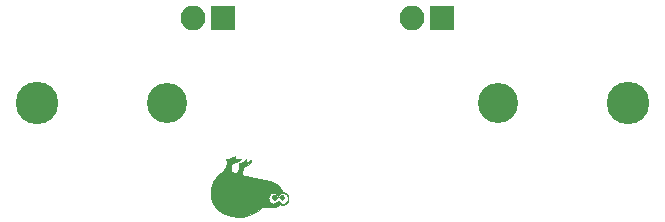
<source format=gbr>
G04 #@! TF.GenerationSoftware,KiCad,Pcbnew,(5.0.1-dev-70-gb7b125d83)*
G04 #@! TF.CreationDate,2019-03-02T22:20:39+01:00*
G04 #@! TF.ProjectId,piezothing,7069657A6F7468696E672E6B69636164,rev?*
G04 #@! TF.SameCoordinates,Original*
G04 #@! TF.FileFunction,Soldermask,Top*
G04 #@! TF.FilePolarity,Negative*
%FSLAX46Y46*%
G04 Gerber Fmt 4.6, Leading zero omitted, Abs format (unit mm)*
G04 Created by KiCad (PCBNEW (5.0.1-dev-70-gb7b125d83)) date 03/02/19 22:20:39*
%MOMM*%
%LPD*%
G01*
G04 APERTURE LIST*
%ADD10C,0.010000*%
%ADD11O,2.100000X2.100000*%
%ADD12R,2.100000X2.100000*%
%ADD13C,3.600000*%
%ADD14C,3.400000*%
G04 APERTURE END LIST*
D10*
G04 #@! TO.C,G\002A\002A\002A*
G36*
X125612270Y-88118697D02*
X125529655Y-88037345D01*
X125493818Y-87950586D01*
X125528901Y-87872319D01*
X125608597Y-87790343D01*
X125694575Y-87741588D01*
X125713520Y-87738909D01*
X125784278Y-87768703D01*
X125836883Y-87811480D01*
X125895767Y-87896516D01*
X125909455Y-87946727D01*
X125872704Y-88037724D01*
X125789088Y-88120293D01*
X125701636Y-88154545D01*
X125612270Y-88118697D01*
X125612270Y-88118697D01*
G37*
X125612270Y-88118697D02*
X125529655Y-88037345D01*
X125493818Y-87950586D01*
X125528901Y-87872319D01*
X125608597Y-87790343D01*
X125694575Y-87741588D01*
X125713520Y-87738909D01*
X125784278Y-87768703D01*
X125836883Y-87811480D01*
X125895767Y-87896516D01*
X125909455Y-87946727D01*
X125872704Y-88037724D01*
X125789088Y-88120293D01*
X125701636Y-88154545D01*
X125612270Y-88118697D01*
G36*
X124994854Y-88111816D02*
X124919541Y-88015192D01*
X124911496Y-87989231D01*
X124914526Y-87859633D01*
X124980220Y-87772380D01*
X125083408Y-87741236D01*
X125198924Y-87779966D01*
X125236520Y-87811480D01*
X125302483Y-87915524D01*
X125279251Y-88016078D01*
X125220037Y-88082278D01*
X125104787Y-88137123D01*
X124994854Y-88111816D01*
X124994854Y-88111816D01*
G37*
X124994854Y-88111816D02*
X124919541Y-88015192D01*
X124911496Y-87989231D01*
X124914526Y-87859633D01*
X124980220Y-87772380D01*
X125083408Y-87741236D01*
X125198924Y-87779966D01*
X125236520Y-87811480D01*
X125302483Y-87915524D01*
X125279251Y-88016078D01*
X125220037Y-88082278D01*
X125104787Y-88137123D01*
X124994854Y-88111816D01*
G36*
X121456989Y-89508504D02*
X121396086Y-89494409D01*
X120926257Y-89348155D01*
X120530235Y-89153000D01*
X120210151Y-88910412D01*
X119968132Y-88621856D01*
X119868000Y-88441812D01*
X119815524Y-88322516D01*
X119780389Y-88214901D01*
X119759202Y-88095759D01*
X119748570Y-87941883D01*
X119745099Y-87730065D01*
X119744982Y-87600364D01*
X119754454Y-87250202D01*
X119788111Y-86964589D01*
X119855426Y-86724681D01*
X119965876Y-86511638D01*
X120128934Y-86306618D01*
X120354076Y-86090780D01*
X120612029Y-85876173D01*
X120856782Y-85641369D01*
X121014112Y-85396130D01*
X121088918Y-85132743D01*
X121090014Y-85123845D01*
X121099641Y-84970751D01*
X121079811Y-84879091D01*
X121042520Y-84833809D01*
X120975275Y-84756485D01*
X120995521Y-84708756D01*
X121103249Y-84690638D01*
X121118091Y-84690458D01*
X121244398Y-84670446D01*
X121407900Y-84619529D01*
X121515222Y-84575003D01*
X121648888Y-84513653D01*
X121743384Y-84471931D01*
X121774363Y-84460000D01*
X121775734Y-84499050D01*
X121763027Y-84582606D01*
X121739589Y-84705213D01*
X122000340Y-84674567D01*
X122165304Y-84665735D01*
X122248487Y-84684502D01*
X122254446Y-84725644D01*
X122187734Y-84783939D01*
X122052907Y-84854162D01*
X121854520Y-84931089D01*
X121745794Y-84966480D01*
X121588202Y-85023869D01*
X121468274Y-85083771D01*
X121411709Y-85133322D01*
X121411525Y-85133787D01*
X121395108Y-85221068D01*
X121385086Y-85360135D01*
X121383636Y-85437148D01*
X121393555Y-85593351D01*
X121434162Y-85701790D01*
X121521737Y-85805932D01*
X121521740Y-85805935D01*
X121666392Y-85908151D01*
X121800990Y-85924599D01*
X121918344Y-85861828D01*
X122011266Y-85726389D01*
X122072566Y-85524833D01*
X122094898Y-85283668D01*
X122098559Y-85014182D01*
X122253660Y-85014182D01*
X122394774Y-84986383D01*
X122523172Y-84891097D01*
X122542744Y-84870752D01*
X122676727Y-84727323D01*
X122676727Y-84873864D01*
X122684426Y-84972650D01*
X122720600Y-85001216D01*
X122780636Y-84988895D01*
X122892432Y-84933834D01*
X122988455Y-84862278D01*
X123060622Y-84802145D01*
X123088403Y-84804981D01*
X123092364Y-84847531D01*
X123049420Y-85022923D01*
X122923903Y-85163989D01*
X122720781Y-85265851D01*
X122642852Y-85288701D01*
X122546738Y-85315876D01*
X122482252Y-85351082D01*
X122439430Y-85412735D01*
X122408308Y-85519248D01*
X122378921Y-85689037D01*
X122360792Y-85809967D01*
X122342043Y-85962838D01*
X122345242Y-86047857D01*
X122373089Y-86087509D01*
X122395216Y-86096794D01*
X122461859Y-86111498D01*
X122604258Y-86139461D01*
X122807224Y-86177818D01*
X123055568Y-86223704D01*
X123334100Y-86274253D01*
X123371771Y-86281024D01*
X123891349Y-86380291D01*
X124326821Y-86477530D01*
X124686301Y-86575860D01*
X124977903Y-86678401D01*
X125209741Y-86788269D01*
X125389930Y-86908583D01*
X125526582Y-87042463D01*
X125593882Y-87135035D01*
X125668833Y-87268346D01*
X125716174Y-87381635D01*
X125724727Y-87424678D01*
X125752537Y-87487787D01*
X125847987Y-87507910D01*
X125858489Y-87508000D01*
X126007096Y-87550515D01*
X126138003Y-87663396D01*
X126233998Y-87824647D01*
X126262521Y-87946625D01*
X126212775Y-87946625D01*
X126151784Y-87784453D01*
X126045652Y-87658565D01*
X125910641Y-87580880D01*
X125763014Y-87563319D01*
X125619032Y-87617802D01*
X125567814Y-87660715D01*
X125483454Y-87755956D01*
X125431368Y-87833897D01*
X125401317Y-87877453D01*
X125371541Y-87833897D01*
X125274574Y-87697580D01*
X125137240Y-87595747D01*
X124994725Y-87554226D01*
X124990493Y-87554182D01*
X124823785Y-87593135D01*
X124697287Y-87696140D01*
X124614681Y-87842413D01*
X124579650Y-88011171D01*
X124595880Y-88181629D01*
X124667052Y-88333006D01*
X124796852Y-88444517D01*
X124829929Y-88460105D01*
X125005157Y-88495897D01*
X125162821Y-88445046D01*
X125309293Y-88308085D01*
X125386846Y-88230336D01*
X125431099Y-88227898D01*
X125434455Y-88234746D01*
X125529802Y-88380173D01*
X125678013Y-88482133D01*
X125750958Y-88504862D01*
X125901492Y-88491024D01*
X126045876Y-88406914D01*
X126159101Y-88272679D01*
X126212363Y-88133160D01*
X126212775Y-87946625D01*
X126262521Y-87946625D01*
X126277872Y-88012271D01*
X126278909Y-88045316D01*
X126267082Y-88193182D01*
X126218241Y-88303313D01*
X126121891Y-88413164D01*
X125990815Y-88521534D01*
X125865559Y-88566113D01*
X125801344Y-88570182D01*
X125683939Y-88557267D01*
X125611244Y-88525633D01*
X125606932Y-88520213D01*
X125555140Y-88512477D01*
X125462694Y-88578486D01*
X125454116Y-88586548D01*
X125344400Y-88676184D01*
X125222919Y-88737649D01*
X125069912Y-88775750D01*
X124865617Y-88795291D01*
X124590272Y-88801076D01*
X124571751Y-88801091D01*
X124071334Y-88801091D01*
X123801212Y-89003111D01*
X123363436Y-89282919D01*
X122916510Y-89472058D01*
X122454049Y-89571832D01*
X121969671Y-89583547D01*
X121456989Y-89508504D01*
X121456989Y-89508504D01*
G37*
X121456989Y-89508504D02*
X121396086Y-89494409D01*
X120926257Y-89348155D01*
X120530235Y-89153000D01*
X120210151Y-88910412D01*
X119968132Y-88621856D01*
X119868000Y-88441812D01*
X119815524Y-88322516D01*
X119780389Y-88214901D01*
X119759202Y-88095759D01*
X119748570Y-87941883D01*
X119745099Y-87730065D01*
X119744982Y-87600364D01*
X119754454Y-87250202D01*
X119788111Y-86964589D01*
X119855426Y-86724681D01*
X119965876Y-86511638D01*
X120128934Y-86306618D01*
X120354076Y-86090780D01*
X120612029Y-85876173D01*
X120856782Y-85641369D01*
X121014112Y-85396130D01*
X121088918Y-85132743D01*
X121090014Y-85123845D01*
X121099641Y-84970751D01*
X121079811Y-84879091D01*
X121042520Y-84833809D01*
X120975275Y-84756485D01*
X120995521Y-84708756D01*
X121103249Y-84690638D01*
X121118091Y-84690458D01*
X121244398Y-84670446D01*
X121407900Y-84619529D01*
X121515222Y-84575003D01*
X121648888Y-84513653D01*
X121743384Y-84471931D01*
X121774363Y-84460000D01*
X121775734Y-84499050D01*
X121763027Y-84582606D01*
X121739589Y-84705213D01*
X122000340Y-84674567D01*
X122165304Y-84665735D01*
X122248487Y-84684502D01*
X122254446Y-84725644D01*
X122187734Y-84783939D01*
X122052907Y-84854162D01*
X121854520Y-84931089D01*
X121745794Y-84966480D01*
X121588202Y-85023869D01*
X121468274Y-85083771D01*
X121411709Y-85133322D01*
X121411525Y-85133787D01*
X121395108Y-85221068D01*
X121385086Y-85360135D01*
X121383636Y-85437148D01*
X121393555Y-85593351D01*
X121434162Y-85701790D01*
X121521737Y-85805932D01*
X121521740Y-85805935D01*
X121666392Y-85908151D01*
X121800990Y-85924599D01*
X121918344Y-85861828D01*
X122011266Y-85726389D01*
X122072566Y-85524833D01*
X122094898Y-85283668D01*
X122098559Y-85014182D01*
X122253660Y-85014182D01*
X122394774Y-84986383D01*
X122523172Y-84891097D01*
X122542744Y-84870752D01*
X122676727Y-84727323D01*
X122676727Y-84873864D01*
X122684426Y-84972650D01*
X122720600Y-85001216D01*
X122780636Y-84988895D01*
X122892432Y-84933834D01*
X122988455Y-84862278D01*
X123060622Y-84802145D01*
X123088403Y-84804981D01*
X123092364Y-84847531D01*
X123049420Y-85022923D01*
X122923903Y-85163989D01*
X122720781Y-85265851D01*
X122642852Y-85288701D01*
X122546738Y-85315876D01*
X122482252Y-85351082D01*
X122439430Y-85412735D01*
X122408308Y-85519248D01*
X122378921Y-85689037D01*
X122360792Y-85809967D01*
X122342043Y-85962838D01*
X122345242Y-86047857D01*
X122373089Y-86087509D01*
X122395216Y-86096794D01*
X122461859Y-86111498D01*
X122604258Y-86139461D01*
X122807224Y-86177818D01*
X123055568Y-86223704D01*
X123334100Y-86274253D01*
X123371771Y-86281024D01*
X123891349Y-86380291D01*
X124326821Y-86477530D01*
X124686301Y-86575860D01*
X124977903Y-86678401D01*
X125209741Y-86788269D01*
X125389930Y-86908583D01*
X125526582Y-87042463D01*
X125593882Y-87135035D01*
X125668833Y-87268346D01*
X125716174Y-87381635D01*
X125724727Y-87424678D01*
X125752537Y-87487787D01*
X125847987Y-87507910D01*
X125858489Y-87508000D01*
X126007096Y-87550515D01*
X126138003Y-87663396D01*
X126233998Y-87824647D01*
X126262521Y-87946625D01*
X126212775Y-87946625D01*
X126151784Y-87784453D01*
X126045652Y-87658565D01*
X125910641Y-87580880D01*
X125763014Y-87563319D01*
X125619032Y-87617802D01*
X125567814Y-87660715D01*
X125483454Y-87755956D01*
X125431368Y-87833897D01*
X125401317Y-87877453D01*
X125371541Y-87833897D01*
X125274574Y-87697580D01*
X125137240Y-87595747D01*
X124994725Y-87554226D01*
X124990493Y-87554182D01*
X124823785Y-87593135D01*
X124697287Y-87696140D01*
X124614681Y-87842413D01*
X124579650Y-88011171D01*
X124595880Y-88181629D01*
X124667052Y-88333006D01*
X124796852Y-88444517D01*
X124829929Y-88460105D01*
X125005157Y-88495897D01*
X125162821Y-88445046D01*
X125309293Y-88308085D01*
X125386846Y-88230336D01*
X125431099Y-88227898D01*
X125434455Y-88234746D01*
X125529802Y-88380173D01*
X125678013Y-88482133D01*
X125750958Y-88504862D01*
X125901492Y-88491024D01*
X126045876Y-88406914D01*
X126159101Y-88272679D01*
X126212363Y-88133160D01*
X126212775Y-87946625D01*
X126262521Y-87946625D01*
X126277872Y-88012271D01*
X126278909Y-88045316D01*
X126267082Y-88193182D01*
X126218241Y-88303313D01*
X126121891Y-88413164D01*
X125990815Y-88521534D01*
X125865559Y-88566113D01*
X125801344Y-88570182D01*
X125683939Y-88557267D01*
X125611244Y-88525633D01*
X125606932Y-88520213D01*
X125555140Y-88512477D01*
X125462694Y-88578486D01*
X125454116Y-88586548D01*
X125344400Y-88676184D01*
X125222919Y-88737649D01*
X125069912Y-88775750D01*
X124865617Y-88795291D01*
X124590272Y-88801076D01*
X124571751Y-88801091D01*
X124071334Y-88801091D01*
X123801212Y-89003111D01*
X123363436Y-89282919D01*
X122916510Y-89472058D01*
X122454049Y-89571832D01*
X121969671Y-89583547D01*
X121456989Y-89508504D01*
G04 #@! TD*
D11*
G04 #@! TO.C,J1*
X118210000Y-72750000D03*
D12*
X120750000Y-72750000D03*
G04 #@! TD*
D13*
G04 #@! TO.C,REF\002A\002A*
X105000000Y-80000000D03*
G04 #@! TD*
G04 #@! TO.C,REF\002A\002A*
X155000000Y-80000000D03*
G04 #@! TD*
D14*
G04 #@! TO.C,REF\002A\002A*
X116000000Y-80000000D03*
G04 #@! TD*
G04 #@! TO.C,REF\002A\002A*
X144000000Y-80000000D03*
G04 #@! TD*
D12*
G04 #@! TO.C,J1*
X139250000Y-72750000D03*
D11*
X136710000Y-72750000D03*
G04 #@! TD*
M02*

</source>
